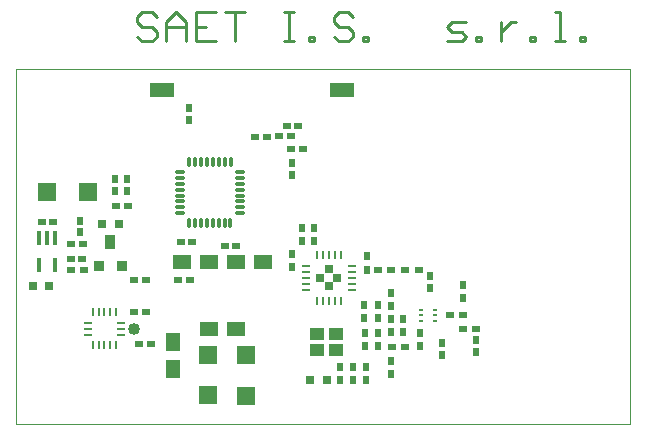
<source format=gtp>
*%FSLAX24Y24*%
*%MOIN*%
G01*
%ADD11C,0.0010*%
%ADD12C,0.0020*%
%ADD13C,0.0039*%
%ADD14C,0.0073*%
%ADD15C,0.0079*%
%ADD16C,0.0100*%
%ADD17O,0.0110X0.0394*%
%ADD18C,0.0118*%
%ADD19C,0.0120*%
%ADD20O,0.0150X0.0434*%
%ADD21C,0.0197*%
%ADD22C,0.0295*%
%ADD23C,0.0295*%
%ADD24C,0.0300*%
%ADD25C,0.0340*%
%ADD26C,0.0350*%
%ADD27C,0.0354*%
%ADD28C,0.0394*%
%ADD29O,0.0394X0.0110*%
%ADD30C,0.0394*%
%ADD31C,0.0394*%
%ADD32C,0.0400*%
%ADD33O,0.0434X0.0150*%
%ADD34C,0.0440*%
%ADD35C,0.0472*%
%ADD36C,0.0500*%
%ADD37C,0.0540*%
%ADD38C,0.0554*%
%ADD39C,0.0591*%
%ADD40C,0.0594*%
%ADD41C,0.0594*%
%ADD42C,0.0600*%
%ADD43C,0.0631*%
%ADD44C,0.0672*%
%ADD45C,0.1000*%
%ADD46C,0.1040*%
%ADD47C,0.1063*%
%ADD48C,0.1263*%
%ADD49R,0.0020X0.0020*%
%ADD50R,0.0059X0.0059*%
%ADD51R,0.0098X0.0315*%
%ADD52R,0.0100X0.0100*%
%ADD53R,0.0110X0.0299*%
%ADD54R,0.0138X0.0500*%
%ADD55R,0.0138X0.0355*%
%ADD56R,0.0150X0.0339*%
%ADD57R,0.0157X0.0079*%
%ADD58R,0.0178X0.0540*%
%ADD59R,0.0197X0.0119*%
%ADD60R,0.0200X0.0200*%
%ADD61R,0.0200X0.0250*%
%ADD62R,0.0200X0.0287*%
%ADD63R,0.0240X0.0290*%
%ADD64R,0.0240X0.0327*%
%ADD65R,0.0250X0.0200*%
%ADD66R,0.0287X0.0200*%
%ADD67R,0.0290X0.0240*%
%ADD68R,0.0299X0.0110*%
%ADD69R,0.0300X0.0300*%
%ADD70R,0.0300X0.0300*%
%ADD71R,0.0315X0.0098*%
%ADD72R,0.0327X0.0240*%
%ADD73R,0.0339X0.0150*%
%ADD74R,0.0340X0.0340*%
%ADD75R,0.0355X0.0138*%
%ADD76R,0.0360X0.0360*%
%ADD77R,0.0360X0.0500*%
%ADD78R,0.0400X0.0400*%
%ADD79R,0.0400X0.0400*%
%ADD80R,0.0400X0.0540*%
%ADD81R,0.0472X0.0433*%
%ADD82R,0.0500X0.0500*%
%ADD83R,0.0500X0.0500*%
%ADD84R,0.0500X0.0600*%
%ADD85R,0.0512X0.0473*%
%ADD86R,0.0540X0.0540*%
%ADD87R,0.0540X0.0640*%
%ADD88R,0.0591X0.0591*%
%ADD89R,0.0600X0.0500*%
%ADD90R,0.0600X0.0600*%
%ADD91R,0.0600X0.0600*%
%ADD92R,0.0631X0.0631*%
%ADD93R,0.0640X0.0540*%
%ADD94R,0.0640X0.0640*%
%ADD95R,0.0700X0.0700*%
%ADD96R,0.0787X0.0472*%
%ADD97R,0.0800X0.0800*%
%ADD98R,0.0827X0.0512*%
%ADD99R,0.0900X0.0900*%
%ADD100R,0.1000X0.1000*%
%ADD101R,0.1000X0.1000*%
%ADD102R,0.1024X0.1024*%
%ADD103R,0.1040X0.1040*%
%ADD104R,0.1100X0.1100*%
%ADD105R,0.1200X0.1200*%
%ADD106R,0.1339X0.1358*%
%ADD107R,0.1400X0.1400*%
%ADD108R,0.1500X0.1500*%
%ADD109R,0.1800X0.1800*%
%ADD110R,0.2200X0.2200*%
%ADD111R,0.2300X0.2300*%
G54D11*
X89781Y74911D02*
X110263D01*
Y86722D01*
X89781D01*
Y74911D01*
X110253D02*
Y86722D01*
X102133D01*
G54D16*
X94482Y88467D02*
X94318Y88631D01*
X93990D01*
X93826Y88467D01*
Y88303D01*
X93990Y88139D01*
X94318D01*
X94482Y87975D01*
Y87811D01*
X94318Y87647D01*
X93990D01*
X93826Y87811D01*
X94810Y87647D02*
Y88303D01*
X95138Y88631D01*
X95466Y88303D01*
Y87647D01*
Y88139D01*
X94810D01*
X95794Y88631D02*
X96450D01*
X95794D02*
Y87647D01*
X96450D01*
X96122Y88139D02*
X95794D01*
X96778Y88631D02*
X97434D01*
X97106D01*
Y87647D01*
X98746Y88631D02*
X99074D01*
X98910D01*
Y87647D01*
X98746D01*
X99074D01*
X99566D02*
Y87811D01*
X99730D01*
Y87647D01*
X99566D01*
X100878Y88631D02*
X101042Y88467D01*
X100878Y88631D02*
X100550D01*
X100386Y88467D01*
Y88303D01*
X100550Y88139D01*
X100878D01*
X101042Y87975D01*
Y87811D01*
X100878Y87647D01*
X100550D01*
X100386Y87811D01*
X101370D02*
Y87647D01*
Y87811D02*
X101534D01*
Y87647D01*
X101370D01*
X104157D02*
X104649D01*
X104813Y87811D01*
X104649Y87975D01*
X104321D01*
X104157Y88139D01*
X104321Y88303D01*
X104813D01*
X105141Y87811D02*
Y87647D01*
Y87811D02*
X105305D01*
Y87647D01*
X105141D01*
X105961D02*
Y88303D01*
Y87975D02*
Y87647D01*
Y87975D02*
X106125Y88139D01*
X106289Y88303D01*
X106453D01*
X106945Y87811D02*
Y87647D01*
Y87811D02*
X107109D01*
Y87647D01*
X106945D01*
X107765D02*
X108093D01*
X107929D01*
Y88631D01*
X107765D01*
X108585Y87811D02*
Y87647D01*
Y87811D02*
X108749D01*
Y87647D01*
X108585D01*
G54D17*
X95578Y83612D02*
D03*
X95775D02*
D03*
X95972D02*
D03*
X96169D02*
D03*
X96366D02*
D03*
X96562D02*
D03*
X96759D02*
D03*
X96956D02*
D03*
X95578Y81604D02*
D03*
X95775D02*
D03*
X95972D02*
D03*
X96169D02*
D03*
X96366D02*
D03*
X96562D02*
D03*
X96759D02*
D03*
X96940Y81591D02*
D03*
G54D29*
X95262Y83297D02*
D03*
X97271Y82116D02*
D03*
Y81919D02*
D03*
X95262Y83100D02*
D03*
Y82903D02*
D03*
Y82706D02*
D03*
Y82510D02*
D03*
Y82313D02*
D03*
Y82116D02*
D03*
Y81919D02*
D03*
X97271Y83297D02*
D03*
Y83100D02*
D03*
Y82903D02*
D03*
Y82706D02*
D03*
Y82510D02*
D03*
Y82313D02*
D03*
G54D32*
X93738Y78061D02*
D03*
G54D51*
X93137Y78622D02*
D03*
Y77519D02*
D03*
X92940D02*
D03*
X92743D02*
D03*
X92547D02*
D03*
X92350D02*
D03*
Y78622D02*
D03*
X92547D02*
D03*
X92743D02*
D03*
X92940D02*
D03*
G54D53*
X100617Y78999D02*
D03*
X100420D02*
D03*
X100223D02*
D03*
X100027D02*
D03*
X99830D02*
D03*
X100617Y80535D02*
D03*
X100420D02*
D03*
X100223D02*
D03*
X100027D02*
D03*
X99830D02*
D03*
G54D54*
X91090Y80187D02*
D03*
X90578Y81082D02*
D03*
X90834D02*
D03*
X91090D02*
D03*
X90578Y80187D02*
D03*
G54D57*
X103304Y78704D02*
D03*
Y78515D02*
D03*
Y78326D02*
D03*
X103777Y78704D02*
D03*
Y78515D02*
D03*
Y78326D02*
D03*
G54D61*
X103984Y77598D02*
D03*
Y77198D02*
D03*
X105135Y77293D02*
D03*
Y77693D02*
D03*
X104682Y79084D02*
D03*
Y79529D02*
D03*
X103600Y79823D02*
D03*
Y79423D02*
D03*
X101483Y80486D02*
D03*
Y80041D02*
D03*
X101404Y78429D02*
D03*
Y78873D02*
D03*
X101847Y78429D02*
D03*
Y78873D02*
D03*
X102300Y79267D02*
D03*
Y78822D02*
D03*
X103275Y77927D02*
D03*
Y77482D02*
D03*
X102684Y77956D02*
D03*
Y78401D02*
D03*
X102290Y77946D02*
D03*
Y78391D02*
D03*
X102310Y77001D02*
D03*
Y76556D02*
D03*
X101847Y77484D02*
D03*
Y77929D02*
D03*
X101424Y77484D02*
D03*
Y77929D02*
D03*
X101454Y76350D02*
D03*
Y76795D02*
D03*
X101021Y76350D02*
D03*
Y76795D02*
D03*
X100597D02*
D03*
Y76350D02*
D03*
X99003Y80556D02*
D03*
Y80112D02*
D03*
X99721Y81442D02*
D03*
Y80997D02*
D03*
X99318Y81442D02*
D03*
Y80997D02*
D03*
X99003Y83208D02*
D03*
Y83608D02*
D03*
X95558Y85039D02*
D03*
Y85439D02*
D03*
X93501Y82671D02*
D03*
Y83071D02*
D03*
X93108Y82671D02*
D03*
Y83071D02*
D03*
G54D62*
X91936Y81309D02*
D03*
Y81677D02*
D03*
G54D65*
X105145Y78071D02*
D03*
X104700D02*
D03*
X104692Y78517D02*
D03*
X104247D02*
D03*
X103225Y80013D02*
D03*
X102780D02*
D03*
X102310D02*
D03*
X101865D02*
D03*
X102330Y77474D02*
D03*
X102775D02*
D03*
X94285Y77559D02*
D03*
X93885D02*
D03*
X94118Y78612D02*
D03*
X93718D02*
D03*
X91629Y80029D02*
D03*
X92074D02*
D03*
X94138Y79704D02*
D03*
X93738D02*
D03*
X95584D02*
D03*
X95184D02*
D03*
X99374Y84055D02*
D03*
X98974D02*
D03*
X98970Y84488D02*
D03*
X98570D02*
D03*
X98153Y84478D02*
D03*
X97753D02*
D03*
X93517Y82155D02*
D03*
X93117D02*
D03*
X91621Y80905D02*
D03*
X92021D02*
D03*
G54D66*
X90647Y81643D02*
D03*
X91016D02*
D03*
X95661Y80955D02*
D03*
X95293D02*
D03*
X96775Y80817D02*
D03*
X97143D02*
D03*
X99185Y84842D02*
D03*
X98816D02*
D03*
X91641Y80403D02*
D03*
X92010D02*
D03*
G54D68*
X99456Y80161D02*
D03*
X100991D02*
D03*
Y79964D02*
D03*
Y79767D02*
D03*
Y79570D02*
D03*
Y79373D02*
D03*
X99456Y79964D02*
D03*
Y79767D02*
D03*
Y79570D02*
D03*
Y79373D02*
D03*
G54D69*
X100495Y79767D02*
D03*
X99945D02*
D03*
X100223Y80047D02*
D03*
Y79497D02*
D03*
X99604Y76362D02*
D03*
X100154D02*
D03*
X92665Y81565D02*
D03*
X93215D02*
D03*
X90912Y79508D02*
D03*
X90362D02*
D03*
G54D71*
X93295Y77874D02*
D03*
Y78071D02*
D03*
Y78267D02*
D03*
X92192Y77874D02*
D03*
Y78071D02*
D03*
Y78267D02*
D03*
G54D76*
X92566Y80147D02*
D03*
X93316D02*
D03*
G54D77*
X92946Y80947D02*
D03*
G54D81*
X99830Y77346D02*
D03*
Y77897D02*
D03*
X100460D02*
D03*
Y77346D02*
D03*
G54D84*
X95037Y77612D02*
D03*
Y76712D02*
D03*
G54D89*
X96223Y78071D02*
D03*
X97123D02*
D03*
X96232Y80295D02*
D03*
X95332D02*
D03*
X98033Y80285D02*
D03*
X97133D02*
D03*
G54D90*
X97478Y75835D02*
D03*
Y77185D02*
D03*
X96198Y75845D02*
D03*
Y77195D02*
D03*
X92192Y82628D02*
D03*
X90842D02*
D03*
G54D96*
X100647Y86014D02*
D03*
X94647D02*
D03*
M02*

</source>
